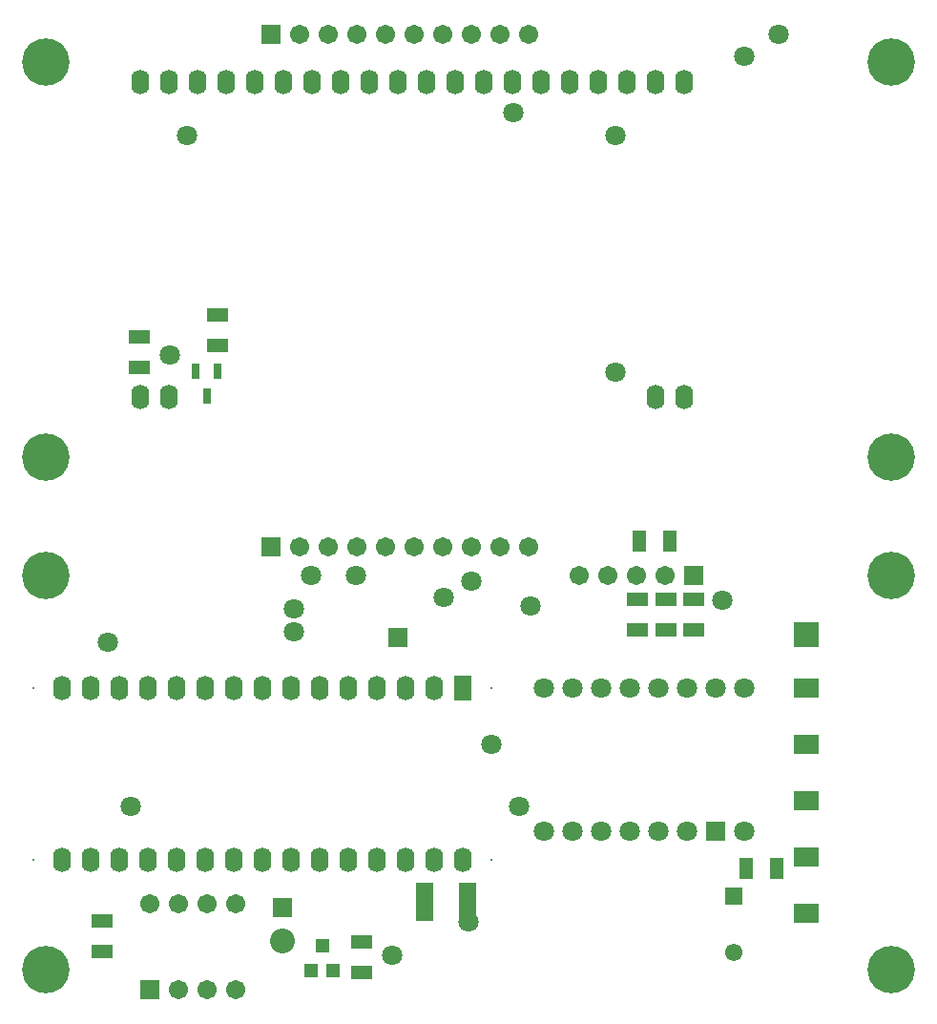
<source format=gbs>
G04 Layer_Color=16711935*
%FSLAX25Y25*%
%MOIN*%
G70*
G01*
G75*
%ADD41R,0.07493X0.05131*%
%ADD46C,0.06115*%
%ADD47R,0.06115X0.06115*%
%ADD48C,0.08674*%
%ADD49R,0.06706X0.06706*%
%ADD50C,0.06706*%
%ADD51R,0.06706X0.06706*%
%ADD52R,0.08674X0.08674*%
%ADD53C,0.07099*%
%ADD54R,0.07099X0.07099*%
%ADD55C,0.16548*%
%ADD56O,0.06312X0.08674*%
%ADD57R,0.06312X0.08674*%
%ADD58O,0.06312X0.08674*%
%ADD59C,0.00800*%
%ADD60R,0.08674X0.06706*%
%ADD61R,0.05131X0.07493*%
%ADD62R,0.03162X0.05328*%
%ADD63R,0.06312X0.13792*%
%ADD64R,0.04540X0.04737*%
D41*
X236221Y160827D02*
D03*
Y150197D02*
D03*
X216535D02*
D03*
Y160827D02*
D03*
X226378D02*
D03*
Y150197D02*
D03*
X29528Y48622D02*
D03*
Y37992D02*
D03*
X42323Y241732D02*
D03*
Y252362D02*
D03*
X69882Y249606D02*
D03*
Y260236D02*
D03*
X120079Y30413D02*
D03*
Y41043D02*
D03*
D46*
X250000Y37402D02*
D03*
D47*
X250000Y57087D02*
D03*
D48*
X92520Y41339D02*
D03*
D49*
X132874Y147638D02*
D03*
X88583Y358268D02*
D03*
Y179134D02*
D03*
X236221Y169291D02*
D03*
X92520Y53150D02*
D03*
D50*
X76024Y54370D02*
D03*
X66024D02*
D03*
X56024D02*
D03*
X46024D02*
D03*
X76024Y24370D02*
D03*
X66024D02*
D03*
X56024D02*
D03*
X98583Y358268D02*
D03*
X118583D02*
D03*
X128583D02*
D03*
X138583D02*
D03*
X148583D02*
D03*
X158583D02*
D03*
X168583D02*
D03*
X178583D02*
D03*
X108583D02*
D03*
X98583Y179134D02*
D03*
X118583D02*
D03*
X128583D02*
D03*
X138583D02*
D03*
X148583D02*
D03*
X158583D02*
D03*
X168583D02*
D03*
X178583D02*
D03*
X108583D02*
D03*
X226220Y169291D02*
D03*
X216220D02*
D03*
X206221D02*
D03*
X196221D02*
D03*
D51*
X46024Y24370D02*
D03*
D52*
X275590Y148622D02*
D03*
D53*
X253937Y79921D02*
D03*
X233937D02*
D03*
X223937D02*
D03*
X213937D02*
D03*
X203937D02*
D03*
X193937D02*
D03*
X183937D02*
D03*
Y129921D02*
D03*
X193937D02*
D03*
X203937D02*
D03*
X213937D02*
D03*
X223937D02*
D03*
X233937D02*
D03*
X243937D02*
D03*
X253937D02*
D03*
X175197Y88583D02*
D03*
X165354Y110236D02*
D03*
X246063Y160433D02*
D03*
X31496Y145669D02*
D03*
X208661Y240158D02*
D03*
Y322835D02*
D03*
X59055D02*
D03*
X53150Y246063D02*
D03*
X96457Y149606D02*
D03*
Y157480D02*
D03*
X102362Y169291D02*
D03*
X118110D02*
D03*
X265748Y358268D02*
D03*
X253937Y350394D02*
D03*
X39370Y88583D02*
D03*
X173228Y330709D02*
D03*
X158465Y167323D02*
D03*
X148622Y161417D02*
D03*
X179134Y158465D02*
D03*
X157480Y48228D02*
D03*
X130905Y36417D02*
D03*
D54*
X243937Y79921D02*
D03*
D55*
X305118Y31496D02*
D03*
Y169291D02*
D03*
X9843D02*
D03*
Y31496D02*
D03*
X305118Y210630D02*
D03*
Y348425D02*
D03*
X9843D02*
D03*
Y210630D02*
D03*
D56*
X232795Y231535D02*
D03*
X222795D02*
D03*
X52795D02*
D03*
X42795D02*
D03*
Y341535D02*
D03*
X52795D02*
D03*
X62795D02*
D03*
X72795D02*
D03*
X82795D02*
D03*
X92795D02*
D03*
X102795D02*
D03*
X112795D02*
D03*
X122795D02*
D03*
X132795D02*
D03*
X232795D02*
D03*
X222795D02*
D03*
X212795D02*
D03*
X202795D02*
D03*
X192795D02*
D03*
X182795D02*
D03*
X172795D02*
D03*
X162795D02*
D03*
X152795D02*
D03*
X142795D02*
D03*
D57*
X155512Y129921D02*
D03*
D58*
X145512D02*
D03*
X135512D02*
D03*
X125512D02*
D03*
X115512D02*
D03*
X105512D02*
D03*
X95512D02*
D03*
X85512D02*
D03*
X75512D02*
D03*
X65512D02*
D03*
X55512D02*
D03*
X45512D02*
D03*
X35512D02*
D03*
X25512D02*
D03*
X15512D02*
D03*
Y69921D02*
D03*
X25512D02*
D03*
X35512D02*
D03*
X45512D02*
D03*
X55512D02*
D03*
X65512D02*
D03*
X75512D02*
D03*
X85512D02*
D03*
X95512D02*
D03*
X105512D02*
D03*
X115512D02*
D03*
X125512D02*
D03*
X135512D02*
D03*
X145512D02*
D03*
X155512D02*
D03*
D59*
X165512Y129921D02*
D03*
Y69921D02*
D03*
X5512Y129921D02*
D03*
Y69921D02*
D03*
D60*
X275590Y129921D02*
D03*
Y110236D02*
D03*
Y51181D02*
D03*
Y70866D02*
D03*
Y90551D02*
D03*
D61*
X254528Y66929D02*
D03*
X265158D02*
D03*
X217126Y181102D02*
D03*
X227756D02*
D03*
D62*
X65945Y231791D02*
D03*
X69685Y240650D02*
D03*
X62205D02*
D03*
D63*
X142126Y55118D02*
D03*
X157087D02*
D03*
D64*
X106299Y39862D02*
D03*
X102559Y31004D02*
D03*
X110039Y31004D02*
D03*
M02*

</source>
